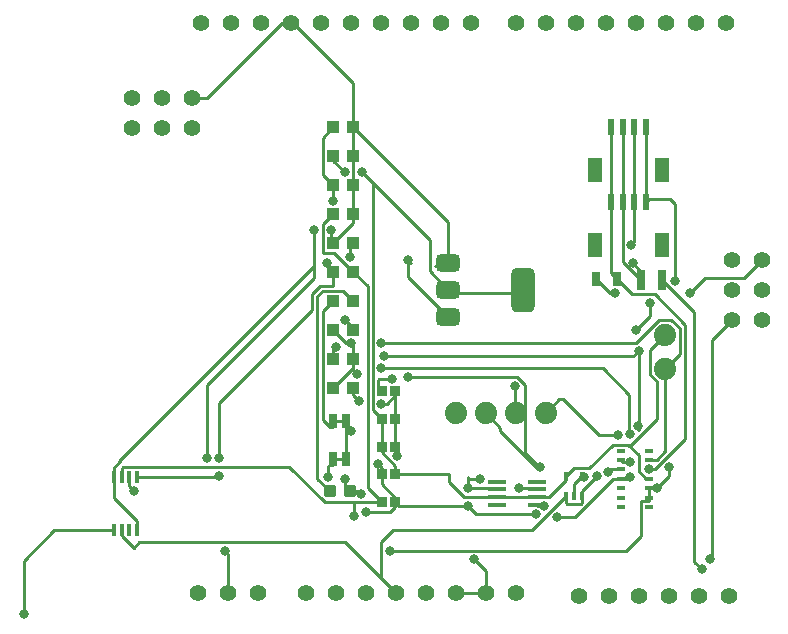
<source format=gbr>
%TF.GenerationSoftware,KiCad,Pcbnew,8.0.5*%
%TF.CreationDate,2024-12-11T22:42:57-06:00*%
%TF.ProjectId,4011MS2,34303131-4d53-4322-9e6b-696361645f70,1.0*%
%TF.SameCoordinates,Original*%
%TF.FileFunction,Copper,L1,Top*%
%TF.FilePolarity,Positive*%
%FSLAX46Y46*%
G04 Gerber Fmt 4.6, Leading zero omitted, Abs format (unit mm)*
G04 Created by KiCad (PCBNEW 8.0.5) date 2024-12-11 22:42:57*
%MOMM*%
%LPD*%
G01*
G04 APERTURE LIST*
G04 Aperture macros list*
%AMRoundRect*
0 Rectangle with rounded corners*
0 $1 Rounding radius*
0 $2 $3 $4 $5 $6 $7 $8 $9 X,Y pos of 4 corners*
0 Add a 4 corners polygon primitive as box body*
4,1,4,$2,$3,$4,$5,$6,$7,$8,$9,$2,$3,0*
0 Add four circle primitives for the rounded corners*
1,1,$1+$1,$2,$3*
1,1,$1+$1,$4,$5*
1,1,$1+$1,$6,$7*
1,1,$1+$1,$8,$9*
0 Add four rect primitives between the rounded corners*
20,1,$1+$1,$2,$3,$4,$5,0*
20,1,$1+$1,$4,$5,$6,$7,0*
20,1,$1+$1,$6,$7,$8,$9,0*
20,1,$1+$1,$8,$9,$2,$3,0*%
G04 Aperture macros list end*
%TA.AperFunction,EtchedComponent*%
%ADD10C,0.000000*%
%TD*%
%TA.AperFunction,SMDPad,CuDef*%
%ADD11R,0.850000X0.900000*%
%TD*%
%TA.AperFunction,SMDPad,CuDef*%
%ADD12R,1.100000X1.000000*%
%TD*%
%TA.AperFunction,SMDPad,CuDef*%
%ADD13R,1.600000X0.300000*%
%TD*%
%TA.AperFunction,SMDPad,CuDef*%
%ADD14R,0.600000X1.350000*%
%TD*%
%TA.AperFunction,SMDPad,CuDef*%
%ADD15R,1.200000X2.000000*%
%TD*%
%TA.AperFunction,ComponentPad*%
%ADD16C,1.422000*%
%TD*%
%TA.AperFunction,SMDPad,CuDef*%
%ADD17R,0.400000X1.100000*%
%TD*%
%TA.AperFunction,SMDPad,CuDef*%
%ADD18R,0.800000X1.800000*%
%TD*%
%TA.AperFunction,ComponentPad*%
%ADD19C,1.879600*%
%TD*%
%TA.AperFunction,SMDPad,CuDef*%
%ADD20R,0.660400X1.270000*%
%TD*%
%TA.AperFunction,SMDPad,CuDef*%
%ADD21RoundRect,0.150000X-0.350000X0.350000X-0.350000X-0.350000X0.350000X-0.350000X0.350000X0.350000X0*%
%TD*%
%TA.AperFunction,SMDPad,CuDef*%
%ADD22R,0.400000X0.750000*%
%TD*%
%TA.AperFunction,SMDPad,CuDef*%
%ADD23R,0.750000X0.350000*%
%TD*%
%TA.AperFunction,SMDPad,CuDef*%
%ADD24R,0.800000X1.200000*%
%TD*%
%TA.AperFunction,SMDPad,CuDef*%
%ADD25RoundRect,0.375000X-0.625000X-0.375000X0.625000X-0.375000X0.625000X0.375000X-0.625000X0.375000X0*%
%TD*%
%TA.AperFunction,SMDPad,CuDef*%
%ADD26RoundRect,0.500000X-0.500000X-1.400000X0.500000X-1.400000X0.500000X1.400000X-0.500000X1.400000X0*%
%TD*%
%TA.AperFunction,ViaPad*%
%ADD27C,0.800000*%
%TD*%
%TA.AperFunction,Conductor*%
%ADD28C,0.250000*%
%TD*%
G04 APERTURE END LIST*
D10*
%TA.AperFunction,EtchedComponent*%
%TO.C,JP2*%
G36*
X137686300Y-105647150D02*
G01*
X136790950Y-105647150D01*
X136790950Y-105380450D01*
X137686300Y-105380450D01*
X137686300Y-105647150D01*
G37*
%TD.AperFunction*%
%TA.AperFunction,EtchedComponent*%
%TO.C,JP1*%
G36*
X137686300Y-102411950D02*
G01*
X136790950Y-102411950D01*
X136790950Y-102145250D01*
X137686300Y-102145250D01*
X137686300Y-102411950D01*
G37*
%TD.AperFunction*%
%TD*%
D11*
%TO.P,C9,1*%
%TO.N,GND*%
X141070400Y-106788800D03*
%TO.P,C9,2*%
%TO.N,1.8V*%
X142230400Y-106788800D03*
%TD*%
D12*
%TO.P,C8,1,1*%
%TO.N,5V*%
X136950400Y-84738800D03*
%TO.P,C8,2,2*%
%TO.N,GND*%
X138650400Y-84738800D03*
%TD*%
D13*
%TO.P,U11,1,B2*%
%TO.N,LV_INT*%
X150800000Y-107396000D03*
%TO.P,U11,2,GND*%
%TO.N,GND*%
X150800000Y-108046000D03*
%TO.P,U11,3,VCCA*%
%TO.N,1.8V*%
X150800000Y-108696000D03*
%TO.P,U11,4,A2*%
%TO.N,LV_INT*%
X150800000Y-109346000D03*
%TO.P,U11,5,A1*%
X154200000Y-109346000D03*
%TO.P,U11,6,OE*%
%TO.N,1.8V*%
X154200000Y-108696000D03*
%TO.P,U11,7,VCCB*%
%TO.N,5V*%
X154200000Y-108046000D03*
%TO.P,U11,8,B1*%
%TO.N,MC_SDA*%
X154200000Y-107396000D03*
%TD*%
D11*
%TO.P,C2,1,1*%
%TO.N,3.3V*%
X141070400Y-99736400D03*
%TO.P,C2,2,2*%
%TO.N,GND*%
X142230400Y-99736400D03*
%TD*%
D14*
%TO.P,J6,1,1*%
%TO.N,GND*%
X160465000Y-77336000D03*
%TO.P,J6,2,2*%
%TO.N,3.3V*%
X161465000Y-77336000D03*
%TO.P,J6,3,3*%
%TO.N,/SDA*%
X162465000Y-77336000D03*
%TO.P,J6,4,4*%
%TO.N,MC_SCL*%
X163465000Y-77336000D03*
D15*
%TO.P,J6,NC1*%
%TO.N,N/C*%
X164765000Y-81011000D03*
%TO.P,J6,NC2*%
X159165000Y-81011000D03*
%TD*%
D16*
%TO.P,J10,1,BOOT*%
%TO.N,unconnected-(U2-BOOT-Pad1)*%
X134620000Y-116840000D03*
%TO.P,J10,2,IOREF*%
%TO.N,unconnected-(U2-IOREF-Pad2)*%
X137160000Y-116840000D03*
%TO.P,J10,3,Reset*%
%TO.N,unconnected-(U2-Reset-Pad3)*%
X139700000Y-116840000D03*
%TO.P,J10,4,+3V3*%
%TO.N,3.3V*%
X142240000Y-116840000D03*
%TO.P,J10,5,+5V*%
%TO.N,unconnected-(U2-+5V-Pad5)*%
X144780000Y-116840000D03*
%TO.P,J10,6,GND*%
%TO.N,GND*%
X147320000Y-116840000D03*
%TO.P,J10,7,GND*%
X149860000Y-116840000D03*
%TO.P,J10,8,VIN*%
%TO.N,unconnected-(U2-VIN-Pad8)*%
X152400000Y-116840000D03*
%TD*%
D12*
%TO.P,R3,1,1*%
%TO.N,Net-(JP1-Pad1)*%
X136950400Y-92091200D03*
%TO.P,R3,2,2*%
%TO.N,Net-(D1-PadA)*%
X138650400Y-92091200D03*
%TD*%
D17*
%TO.P,U2,1,LX*%
%TO.N,Net-(U9-LX)*%
X118405000Y-111506000D03*
%TO.P,U2,2,EN*%
%TO.N,3.3V*%
X119055000Y-111506000D03*
%TO.P,U2,3,VIN*%
X119705000Y-111506000D03*
%TO.P,U2,4,AGND*%
%TO.N,GND*%
X120355000Y-111506000D03*
%TO.P,U2,5,FB*%
%TO.N,Net-(U9-FB)*%
X120355000Y-107006000D03*
%TO.P,U2,6,RSET*%
%TO.N,Net-(U7-RESET)*%
X119705000Y-107006000D03*
%TO.P,U2,7,OUT*%
%TO.N,5V*%
X119055000Y-107006000D03*
%TO.P,U2,8,PGND*%
%TO.N,GND*%
X118405000Y-107006000D03*
%TD*%
D12*
%TO.P,C4,1,1*%
%TO.N,1.8V*%
X136950400Y-79837200D03*
%TO.P,C4,2,2*%
%TO.N,GND*%
X138650400Y-79837200D03*
%TD*%
D16*
%TO.P,J14,1*%
%TO.N,N/C*%
X152400000Y-68580000D03*
%TO.P,J14,2*%
X154940000Y-68580000D03*
%TO.P,J14,3*%
X157480000Y-68580000D03*
%TO.P,J14,4*%
X160020000Y-68580000D03*
%TO.P,J14,5*%
X162560000Y-68580000D03*
%TO.P,J14,6*%
X165100000Y-68580000D03*
%TO.P,J14,7*%
X167640000Y-68580000D03*
%TO.P,J14,8*%
X170180000Y-68580000D03*
%TD*%
D12*
%TO.P,C1,1,1*%
%TO.N,3.3V*%
X136950400Y-77386400D03*
%TO.P,C1,2,2*%
%TO.N,GND*%
X138650400Y-77386400D03*
%TD*%
%TO.P,R6,1*%
%TO.N,LV_INT*%
X136950400Y-99443600D03*
%TO.P,R6,2*%
%TO.N,GND*%
X138650400Y-99443600D03*
%TD*%
D16*
%TO.P,J9,1,OFF*%
%TO.N,unconnected-(U1-OFF-Pad1)*%
X125476000Y-116840000D03*
%TO.P,J9,2,GND*%
%TO.N,GND*%
X128016000Y-116840000D03*
%TO.P,J9,3,VRTC*%
%TO.N,unconnected-(U1-VRTC-Pad3)*%
X130556000Y-116840000D03*
%TD*%
D18*
%TO.P,L1,1,1*%
%TO.N,3.3V*%
X163015000Y-90311000D03*
%TO.P,L1,2,2*%
%TO.N,Net-(U9-LX)*%
X164815000Y-90311000D03*
%TD*%
D16*
%TO.P,J11,1*%
%TO.N,N/C*%
X157734000Y-117094000D03*
%TO.P,J11,2*%
X160274000Y-117094000D03*
%TO.P,J11,3*%
X162814000Y-117094000D03*
%TO.P,J11,4*%
X165354000Y-117094000D03*
%TO.P,J11,5*%
X167894000Y-117094000D03*
%TO.P,J11,6*%
X170434000Y-117094000D03*
%TD*%
D19*
%TO.P,J2,1,1*%
%TO.N,LV_INT*%
X165064800Y-97830400D03*
%TD*%
D20*
%TO.P,JP2,1,1*%
%TO.N,Net-(JP2-Pad1)*%
X136975100Y-105513800D03*
%TO.P,JP2,2,2*%
%TO.N,3.3V*%
X138016500Y-105513800D03*
%TD*%
D11*
%TO.P,C3,1,1*%
%TO.N,1.8V*%
X141070400Y-102087200D03*
%TO.P,C3,2,2*%
%TO.N,GND*%
X142230400Y-102087200D03*
%TD*%
D21*
%TO.P,D1,A,A*%
%TO.N,Net-(D1-PadA)*%
X136675000Y-108208850D03*
%TO.P,D1,C,C*%
%TO.N,GND*%
X138429000Y-108208850D03*
%TD*%
D22*
%TO.P,U8,1,IN*%
%TO.N,3.3V*%
X156688500Y-108606000D03*
%TO.P,U8,2,GND*%
%TO.N,GND*%
X157338500Y-108606000D03*
%TO.P,U8,3,EN*%
%TO.N,3.3V*%
X157988500Y-108606000D03*
%TO.P,U8,4,BP*%
%TO.N,GND*%
X157988500Y-106956000D03*
%TO.P,U8,5,OUT*%
%TO.N,1.8V*%
X156688500Y-106956000D03*
%TD*%
D12*
%TO.P,R1,1,1*%
%TO.N,GND*%
X136950400Y-87189600D03*
%TO.P,R1,2,2*%
%TO.N,Net-(U9-FB)*%
X138650400Y-87189600D03*
%TD*%
D11*
%TO.P,C7,1,1*%
%TO.N,1.8V*%
X141070400Y-104438000D03*
%TO.P,C7,2,2*%
%TO.N,GND*%
X142230400Y-104438000D03*
%TD*%
D19*
%TO.P,J17,1,1*%
%TO.N,GND*%
X147320000Y-101600000D03*
%TO.P,J17,2,2*%
%TO.N,3.3V*%
X149860000Y-101600000D03*
%TO.P,J17,3,3*%
%TO.N,/SDA*%
X152400000Y-101600000D03*
%TO.P,J17,4,4*%
%TO.N,MC_SCL*%
X154940000Y-101600000D03*
%TD*%
D20*
%TO.P,JP1,1,1*%
%TO.N,Net-(JP1-Pad1)*%
X136975100Y-102278600D03*
%TO.P,JP1,2,2*%
%TO.N,3.3V*%
X138016500Y-102278600D03*
%TD*%
D23*
%TO.P,U10,P1,NC*%
%TO.N,unconnected-(U10-NC-PadP1)*%
X161317000Y-104764000D03*
%TO.P,U10,P2,SCL*%
%TO.N,LV_INT*%
X161317000Y-105564000D03*
%TO.P,U10,P3,SDA*%
X161317000Y-106364000D03*
%TO.P,U10,P4,GND*%
%TO.N,GND*%
X161317000Y-107164000D03*
%TO.P,U10,P5,NC*%
%TO.N,unconnected-(U10-NC-PadP5)*%
X161317000Y-107963999D03*
%TO.P,U10,P6,NC*%
%TO.N,unconnected-(U10-NC-PadP6)*%
X161317000Y-108763999D03*
%TO.P,U10,P7,NC*%
%TO.N,unconnected-(U10-NC-PadP7)*%
X161317000Y-109563999D03*
%TO.P,U10,P8,NC*%
%TO.N,unconnected-(U10-NC-PadP8)*%
X163716999Y-109563999D03*
%TO.P,U10,P9,VDD_LED*%
%TO.N,5V*%
X163716999Y-108763999D03*
%TO.P,U10,P10,VDD_LED*%
X163716999Y-107963999D03*
%TO.P,U10,P11,VDD*%
%TO.N,1.8V*%
X163716999Y-107164000D03*
%TO.P,U10,P12,GND*%
%TO.N,GND*%
X163716999Y-106364000D03*
%TO.P,U10,P13,~{INT}*%
%TO.N,LV_INT*%
X163716999Y-105564000D03*
%TO.P,U10,P14,NC*%
%TO.N,unconnected-(U10-NC-PadP14)*%
X163716999Y-104764000D03*
%TD*%
D12*
%TO.P,C5,1,1*%
%TO.N,3.3V*%
X136950400Y-82288000D03*
%TO.P,C5,2,2*%
%TO.N,GND*%
X138650400Y-82288000D03*
%TD*%
D14*
%TO.P,J16,1,1*%
%TO.N,GND*%
X160465000Y-83712600D03*
%TO.P,J16,2,2*%
%TO.N,3.3V*%
X161465000Y-83712600D03*
%TO.P,J16,3,3*%
%TO.N,/SDA*%
X162465000Y-83712600D03*
%TO.P,J16,4,4*%
%TO.N,MC_SCL*%
X163465000Y-83712600D03*
D15*
%TO.P,J16,NC1*%
%TO.N,N/C*%
X164765000Y-87387600D03*
%TO.P,J16,NC2*%
X159165000Y-87387600D03*
%TD*%
D16*
%TO.P,J12,1,GPIO42*%
%TO.N,unconnected-(U4-GPIO42-Pad1)*%
X119888000Y-77470000D03*
%TO.P,J12,2,GPIO41*%
%TO.N,unconnected-(U4-GPIO41-Pad2)*%
X119888000Y-74930000D03*
%TO.P,J12,3,GPIO43/TXD0*%
%TO.N,unconnected-(U4-GPIO43{slash}TXD0-Pad3)*%
X122428000Y-77470000D03*
%TO.P,J12,4,GPIO0/DOWNLOAD*%
%TO.N,unconnected-(U4-GPIO0{slash}DOWNLOAD-Pad4)*%
X122428000Y-74930000D03*
%TO.P,J12,5,GPIO44/RXD0*%
%TO.N,unconnected-(U4-GPIO44{slash}RXD0-Pad5)*%
X124968000Y-77470000D03*
%TO.P,J12,6,GND*%
%TO.N,GND*%
X124968000Y-74930000D03*
%TD*%
D12*
%TO.P,R5,1*%
%TO.N,MC_SCL*%
X136950400Y-96992800D03*
%TO.P,R5,2*%
%TO.N,LV_INT*%
X138650400Y-96992800D03*
%TD*%
D24*
%TO.P,C6,1,1*%
%TO.N,5V*%
X159190400Y-90236400D03*
%TO.P,C6,2,2*%
%TO.N,GND*%
X160990400Y-90236400D03*
%TD*%
D12*
%TO.P,R4,1,1*%
%TO.N,LV_INT*%
X136950400Y-94542000D03*
%TO.P,R4,2,2*%
%TO.N,Net-(JP2-Pad1)*%
X138650400Y-94542000D03*
%TD*%
D25*
%TO.P,U12,1,GND*%
%TO.N,GND*%
X146710000Y-88886000D03*
%TO.P,U12,2,VO*%
%TO.N,1.8V*%
X146710000Y-91186000D03*
D26*
X153010000Y-91186000D03*
D25*
%TO.P,U12,3,VI*%
%TO.N,3.3V*%
X146710000Y-93486000D03*
%TD*%
D19*
%TO.P,J1,1,1*%
%TO.N,1.8V*%
X165064800Y-94950800D03*
%TD*%
D16*
%TO.P,J15,1,CIPO*%
%TO.N,unconnected-(U7-CIPO-Pad1)*%
X170688000Y-88646000D03*
%TO.P,J15,2,+5V*%
%TO.N,5V*%
X173228000Y-88646000D03*
%TO.P,J15,3,SCK*%
%TO.N,unconnected-(U7-SCK-Pad3)*%
X170688000Y-91186000D03*
%TO.P,J15,4,COPI*%
%TO.N,unconnected-(U7-COPI-Pad4)*%
X173228000Y-91186000D03*
%TO.P,J15,5,RESET*%
%TO.N,Net-(U7-RESET)*%
X170688000Y-93726000D03*
%TO.P,J15,6,GND*%
%TO.N,unconnected-(U7-GND-Pad6)*%
X173228000Y-93726000D03*
%TD*%
D11*
%TO.P,C10,1*%
%TO.N,5V*%
X141070400Y-109139600D03*
%TO.P,C10,2*%
%TO.N,GND*%
X142230400Y-109139600D03*
%TD*%
D12*
%TO.P,R2,1,1*%
%TO.N,Net-(U9-FB)*%
X136950400Y-89640400D03*
%TO.P,R2,2,2*%
%TO.N,5V*%
X138650400Y-89640400D03*
%TD*%
D16*
%TO.P,J13,1,SCL*%
%TO.N,unconnected-(U5-SCL-Pad1)*%
X125730000Y-68580000D03*
%TO.P,J13,2,SDA*%
%TO.N,unconnected-(U5-SDA-Pad2)*%
X128270000Y-68580000D03*
%TO.P,J13,3,AREF*%
%TO.N,unconnected-(U5-AREF-Pad3)*%
X130810000Y-68580000D03*
%TO.P,J13,4,GND*%
%TO.N,GND*%
X133350000Y-68580000D03*
%TO.P,J13,5,D13/SCK/CANRX0*%
%TO.N,unconnected-(U5-D13{slash}SCK{slash}CANRX0-Pad5)*%
X135890000Y-68580000D03*
%TO.P,J13,6,D12/CIPO*%
%TO.N,unconnected-(U5-D12{slash}CIPO-Pad6)*%
X138430000Y-68580000D03*
%TO.P,J13,7,~D11/COPI*%
%TO.N,unconnected-(U5-~D11{slash}COPI-Pad7)*%
X140970000Y-68580000D03*
%TO.P,J13,8,~D10/CS/CANTX0*%
%TO.N,unconnected-(U5-~D10{slash}CS{slash}CANTX0-Pad8)*%
X143510000Y-68580000D03*
%TO.P,J13,9,~D9*%
%TO.N,unconnected-(U5-~D9-Pad9)*%
X146050000Y-68580000D03*
%TO.P,J13,10,D8*%
%TO.N,unconnected-(U5-D8-Pad10)*%
X148590000Y-68580000D03*
%TD*%
D27*
%TO.N,3.3V*%
X136906000Y-83638798D03*
X143256000Y-98552000D03*
X162306000Y-88900000D03*
X159258000Y-106934000D03*
X141984029Y-98686398D03*
X154432000Y-106172000D03*
X138430000Y-103124000D03*
X143256000Y-88646000D03*
%TO.N,GND*%
X127762000Y-113247000D03*
X126253997Y-105406000D03*
X158185696Y-106980999D03*
X140716000Y-105918000D03*
X154105597Y-110163597D03*
X148844000Y-113972000D03*
X139322678Y-108414601D03*
X136800400Y-86106000D03*
X141045400Y-100838000D03*
X139700000Y-109982000D03*
X135350400Y-86106000D03*
X148336000Y-109421000D03*
X142385715Y-105218809D03*
X163691999Y-106364000D03*
X162095523Y-106983038D03*
X155892903Y-110426903D03*
X139145400Y-100584000D03*
X149352000Y-107188000D03*
X137922000Y-107188000D03*
X148336000Y-107971000D03*
%TO.N,1.8V*%
X139375400Y-81187998D03*
X137925400Y-81187998D03*
%TO.N,5V*%
X167132000Y-91440000D03*
X138751314Y-110298228D03*
X165374850Y-106192851D03*
X160782000Y-91436402D03*
X152654000Y-107971000D03*
X164338000Y-107950000D03*
X141732000Y-113247000D03*
%TO.N,Net-(JP2-Pad1)*%
X137980510Y-93682145D03*
X136486669Y-106995214D03*
%TO.N,Net-(U9-LX)*%
X168148000Y-114808000D03*
X110744000Y-118618000D03*
%TO.N,Net-(U9-FB)*%
X138428653Y-88393347D03*
X136398000Y-88900000D03*
X127254000Y-105406000D03*
X127254000Y-106934000D03*
%TO.N,LV_INT*%
X160206686Y-106617772D03*
X141045400Y-95642002D03*
X141045400Y-97790000D03*
X162089000Y-105739121D03*
X138430000Y-95642002D03*
X138938000Y-98298000D03*
X154823195Y-109445999D03*
X162052000Y-103378000D03*
%TO.N,Net-(U7-RESET)*%
X120101000Y-108204000D03*
X168873000Y-113975948D03*
%TO.N,/SDA*%
X152357200Y-99311200D03*
X162190000Y-87376000D03*
%TO.N,MC_SCL*%
X162639310Y-94562286D03*
X163825347Y-92261000D03*
X161056338Y-103471073D03*
X141224000Y-96774000D03*
X137160000Y-96012000D03*
X162759108Y-102670891D03*
X162834774Y-96322582D03*
X165907653Y-90378347D03*
%TD*%
D28*
%TO.N,3.3V*%
X140970000Y-112522000D02*
X141992000Y-111500000D01*
X120071000Y-113000000D02*
X120549000Y-112522000D01*
X141984029Y-98686398D02*
X140835602Y-98686398D01*
X153204800Y-99204800D02*
X153204800Y-104944800D01*
X136075400Y-78261400D02*
X136075400Y-81413000D01*
X157913500Y-109306000D02*
X157988500Y-109231000D01*
X138016500Y-102710500D02*
X138430000Y-103124000D01*
X138016500Y-102278600D02*
X138016500Y-102710500D01*
X154138000Y-106172000D02*
X154432000Y-106172000D01*
X163015000Y-90311000D02*
X163015000Y-89609000D01*
X153204800Y-104944800D02*
X154432000Y-106172000D01*
X140770400Y-98751600D02*
X140770400Y-99436400D01*
X156763500Y-109306000D02*
X157913500Y-109306000D01*
X161465000Y-88761000D02*
X161465000Y-83712600D01*
X140835602Y-98686398D02*
X140770400Y-98751600D01*
X140970000Y-115570000D02*
X140970000Y-112522000D01*
X151087200Y-103121200D02*
X154138000Y-106172000D01*
X140770400Y-99436400D02*
X141070400Y-99736400D01*
X156688500Y-108606000D02*
X156688500Y-109231000D01*
X157988500Y-108203500D02*
X159258000Y-106934000D01*
X143256000Y-98552000D02*
X152552000Y-98552000D01*
X120549000Y-112522000D02*
X137922000Y-112522000D01*
X157988500Y-108606000D02*
X157988500Y-108203500D01*
X153794500Y-111500000D02*
X156688500Y-108606000D01*
X151087200Y-102827200D02*
X149860000Y-101600000D01*
X136950400Y-77386400D02*
X136075400Y-78261400D01*
X161465000Y-83712600D02*
X161465000Y-77336000D01*
X163015000Y-89609000D02*
X162306000Y-88900000D01*
X143524000Y-88914000D02*
X143256000Y-88646000D01*
X163015000Y-90311000D02*
X161465000Y-88761000D01*
X136950400Y-83594398D02*
X136906000Y-83638798D01*
X146710000Y-93486000D02*
X143256000Y-90032000D01*
X151087200Y-103121200D02*
X151087200Y-102827200D01*
X137922000Y-112522000D02*
X142240000Y-116840000D01*
X136950400Y-82288000D02*
X136950400Y-83594398D01*
X142240000Y-116840000D02*
X140970000Y-115570000D01*
X156688500Y-109231000D02*
X156763500Y-109306000D01*
X143256000Y-90032000D02*
X143256000Y-88646000D01*
X157988500Y-109231000D02*
X157988500Y-108606000D01*
X152552000Y-98552000D02*
X153204800Y-99204800D01*
X138016500Y-102278600D02*
X138016500Y-105513800D01*
X141992000Y-111500000D02*
X153794500Y-111500000D01*
X136075400Y-81413000D02*
X136950400Y-82288000D01*
X119055000Y-111984000D02*
X120071000Y-113000000D01*
%TO.N,GND*%
X146608000Y-89140000D02*
X145578000Y-89140000D01*
X146710000Y-88886000D02*
X146710000Y-85446000D01*
X157429097Y-110426903D02*
X155892903Y-110426903D01*
X118405000Y-107006000D02*
X118405000Y-106219604D01*
X160465000Y-89711000D02*
X160465000Y-83712600D01*
X154105597Y-110163597D02*
X149078597Y-110163597D01*
X150725000Y-107971000D02*
X150800000Y-108046000D01*
X142230400Y-109504600D02*
X142230400Y-109139600D01*
X138650400Y-73650400D02*
X138650400Y-77386400D01*
X138650400Y-77386400D02*
X138650400Y-79837200D01*
X160692000Y-107164000D02*
X157429097Y-110426903D01*
X141070400Y-106788800D02*
X141070400Y-107614600D01*
X141045400Y-100838000D02*
X141493800Y-100838000D01*
X118405000Y-106219604D02*
X118943604Y-105681000D01*
X161914561Y-107164000D02*
X162095523Y-106983038D01*
X118405000Y-108806000D02*
X120355000Y-110756000D01*
X149860000Y-116840000D02*
X147320000Y-116840000D01*
X149078597Y-110163597D02*
X148336000Y-109421000D01*
X141070400Y-107614600D02*
X142230400Y-108774600D01*
X137922000Y-107701850D02*
X138429000Y-108208850D01*
X161317000Y-107164000D02*
X160692000Y-107164000D01*
X166779600Y-94135600D02*
X164180000Y-91536000D01*
X142230400Y-102087200D02*
X142230400Y-104438000D01*
X138650400Y-85489600D02*
X136950400Y-87189600D01*
X138650400Y-100089000D02*
X139145400Y-100584000D01*
X135350400Y-86106000D02*
X135350400Y-90149600D01*
X124968000Y-74930000D02*
X126285000Y-74930000D01*
X135350400Y-90149600D02*
X126253997Y-99246003D01*
X166779600Y-103762795D02*
X166779600Y-94135600D01*
X148336000Y-107971000D02*
X148336000Y-107188000D01*
X142230400Y-108774600D02*
X142230400Y-109139600D01*
X157988500Y-106956000D02*
X157338500Y-107606000D01*
X136800400Y-87039600D02*
X136950400Y-87189600D01*
X136800400Y-86106000D02*
X136800400Y-87039600D01*
X139700000Y-109982000D02*
X141753000Y-109982000D01*
X128016000Y-113501000D02*
X127762000Y-113247000D01*
X161317000Y-107164000D02*
X161914561Y-107164000D01*
X162290000Y-91536000D02*
X160990400Y-90236400D01*
X138429000Y-108208850D02*
X139116927Y-108208850D01*
X142230400Y-109139600D02*
X142511800Y-109421000D01*
X163691999Y-106364000D02*
X164178395Y-106364000D01*
X137922000Y-107188000D02*
X137922000Y-107701850D01*
X128016000Y-116840000D02*
X128016000Y-113501000D01*
X118405000Y-107006000D02*
X118405000Y-108806000D01*
X142230400Y-105063494D02*
X142385715Y-105218809D01*
X138650400Y-79837200D02*
X138650400Y-82288000D01*
X142230400Y-100101400D02*
X142230400Y-99736400D01*
X164178395Y-106364000D02*
X166779600Y-103762795D01*
X148336000Y-107188000D02*
X148336000Y-106979600D01*
X142230400Y-102087200D02*
X142230400Y-99736400D01*
X133580000Y-68580000D02*
X138650400Y-73650400D01*
X139116927Y-108208850D02*
X139322678Y-108414601D01*
X142511800Y-109421000D02*
X148336000Y-109421000D01*
X138650400Y-99443600D02*
X138650400Y-100089000D01*
X126285000Y-74930000D02*
X132635000Y-68580000D01*
X132635000Y-68580000D02*
X133350000Y-68580000D01*
X133350000Y-68580000D02*
X133580000Y-68580000D01*
X164180000Y-91536000D02*
X162290000Y-91536000D01*
X149352000Y-107188000D02*
X148336000Y-107188000D01*
X138650400Y-82288000D02*
X138650400Y-84738800D01*
X141493800Y-100838000D02*
X142230400Y-100101400D01*
X157988500Y-106956000D02*
X158160697Y-106956000D01*
X135350400Y-89149600D02*
X135350400Y-86106000D01*
X148336000Y-107971000D02*
X150725000Y-107971000D01*
X158160697Y-106956000D02*
X158185696Y-106980999D01*
X120355000Y-110756000D02*
X120355000Y-111506000D01*
X141753000Y-109982000D02*
X142230400Y-109504600D01*
X138650400Y-84738800D02*
X138650400Y-85489600D01*
X163691999Y-106364000D02*
X163716999Y-106364000D01*
X141070400Y-106788800D02*
X141070400Y-106272400D01*
X126253997Y-99246003D02*
X126253997Y-105406000D01*
X157338500Y-107606000D02*
X157338500Y-108606000D01*
X160465000Y-83712600D02*
X160465000Y-77336000D01*
X118819000Y-105681000D02*
X135350400Y-89149600D01*
X149860000Y-116840000D02*
X149860000Y-114988000D01*
X146710000Y-85446000D02*
X138650400Y-77386400D01*
X149860000Y-114988000D02*
X148844000Y-113972000D01*
X141070400Y-106272400D02*
X140716000Y-105918000D01*
X142230400Y-104438000D02*
X142230400Y-105063494D01*
X160990400Y-90236400D02*
X160465000Y-89711000D01*
%TO.N,1.8V*%
X146788800Y-107449105D02*
X148035695Y-108696000D01*
X164338000Y-102117305D02*
X164338000Y-98892298D01*
X164338000Y-98892298D02*
X163800000Y-98354298D01*
X163800000Y-96215600D02*
X165064800Y-94950800D01*
X162191305Y-104264000D02*
X164338000Y-102117305D01*
X154200000Y-108696000D02*
X155250000Y-108696000D01*
X160617000Y-104264000D02*
X161922000Y-104264000D01*
X141070400Y-104928800D02*
X142230400Y-106088800D01*
X136950400Y-79837200D02*
X136950400Y-80212998D01*
X156688500Y-106956000D02*
X157388500Y-106256000D01*
X141070400Y-102087200D02*
X141070400Y-104438000D01*
X145128000Y-89604000D02*
X146710000Y-91186000D01*
X148035695Y-108696000D02*
X150800000Y-108696000D01*
X162814000Y-106511306D02*
X162814000Y-105156000D01*
X145128000Y-86940598D02*
X139375400Y-81187998D01*
X163716999Y-107164000D02*
X163466694Y-107164000D01*
X136950400Y-80212998D02*
X137925400Y-81187998D01*
X161922000Y-104264000D02*
X162191305Y-104264000D01*
X156688500Y-107257500D02*
X156688500Y-106956000D01*
X140320400Y-82132998D02*
X140320400Y-86614000D01*
X163800000Y-98354298D02*
X163800000Y-96215600D01*
X141070400Y-104438000D02*
X141070400Y-104928800D01*
X162814000Y-105156000D02*
X161922000Y-104264000D01*
X158625000Y-106256000D02*
X160617000Y-104264000D01*
X140320400Y-101337200D02*
X141070400Y-102087200D01*
X158625000Y-106256000D02*
X157388500Y-106256000D01*
X150800000Y-108696000D02*
X154200000Y-108696000D01*
X140320400Y-86614000D02*
X140320400Y-101337200D01*
X146788800Y-106788800D02*
X146788800Y-107449105D01*
X142230400Y-106788800D02*
X146788800Y-106788800D01*
X139375400Y-81187998D02*
X140320400Y-82132998D01*
X155250000Y-108696000D02*
X156688500Y-107257500D01*
X142230400Y-106088800D02*
X142230400Y-106788800D01*
X146608000Y-91440000D02*
X152908000Y-91440000D01*
X145128000Y-89604000D02*
X145128000Y-86940598D01*
X163466694Y-107164000D02*
X162814000Y-106511306D01*
%TO.N,5V*%
X119130000Y-106131000D02*
X133221242Y-106131000D01*
X163716999Y-107963999D02*
X163716999Y-109063999D01*
X152654000Y-107971000D02*
X154125000Y-107971000D01*
X163016999Y-111983001D02*
X161753000Y-113247000D01*
X173228000Y-88646000D02*
X171724000Y-90150000D01*
X138684000Y-109139600D02*
X141070400Y-109139600D01*
X160782000Y-91436402D02*
X160390402Y-91436402D01*
X119055000Y-107006000D02*
X119055000Y-106206000D01*
X138650400Y-89640400D02*
X139870400Y-90860400D01*
X165374850Y-106931148D02*
X165374850Y-106192851D01*
X119055000Y-106206000D02*
X119130000Y-106131000D01*
X171724000Y-90150000D02*
X168422000Y-90150000D01*
X136075400Y-85613800D02*
X136075400Y-88014600D01*
X168422000Y-90150000D02*
X167132000Y-91440000D01*
X163716999Y-107963999D02*
X163716999Y-108763999D01*
X138751314Y-110298228D02*
X138751314Y-109206914D01*
X133221242Y-106131000D02*
X136229842Y-109139600D01*
X164324001Y-107963999D02*
X164338000Y-107950000D01*
X138751314Y-109206914D02*
X138684000Y-109139600D01*
X160390402Y-91436402D02*
X159190400Y-90236400D01*
X137024600Y-88014600D02*
X138650400Y-89640400D01*
X163716999Y-107963999D02*
X164341999Y-107963999D01*
X139870400Y-107939600D02*
X141070400Y-109139600D01*
X139870400Y-90860400D02*
X139870400Y-107939600D01*
X163716999Y-107963999D02*
X164324001Y-107963999D01*
X154125000Y-107971000D02*
X154200000Y-108046000D01*
X163716999Y-109063999D02*
X163016999Y-109063999D01*
X136950400Y-84738800D02*
X136075400Y-85613800D01*
X136229842Y-109139600D02*
X138684000Y-109139600D01*
X136075400Y-88014600D02*
X137024600Y-88014600D01*
X164341999Y-107963999D02*
X165374850Y-106931148D01*
X163016999Y-109063999D02*
X163016999Y-111983001D01*
X161753000Y-113247000D02*
X141732000Y-113247000D01*
%TO.N,Net-(D1-PadA)*%
X136075400Y-91266200D02*
X135625400Y-91716200D01*
X135625400Y-107159250D02*
X136675000Y-108208850D01*
X135625400Y-91716200D02*
X135625400Y-107159250D01*
X138650400Y-92091200D02*
X137825400Y-91266200D01*
X137825400Y-91266200D02*
X136075400Y-91266200D01*
%TO.N,Net-(JP1-Pad1)*%
X136075400Y-92966200D02*
X136075400Y-102156020D01*
X136075400Y-102156020D02*
X136656330Y-102736950D01*
X136656330Y-102736950D02*
X136975100Y-102736950D01*
X136950400Y-92091200D02*
X136075400Y-92966200D01*
%TO.N,Net-(JP2-Pad1)*%
X138650400Y-94542000D02*
X138650400Y-94352035D01*
X136656330Y-105972150D02*
X136975100Y-105972150D01*
X136547883Y-106080597D02*
X136656330Y-105972150D01*
X138650400Y-94352035D02*
X137980510Y-93682145D01*
X136486669Y-106995214D02*
X136547883Y-106934000D01*
X136547883Y-106934000D02*
X136547883Y-106080597D01*
%TO.N,Net-(U9-LX)*%
X113349604Y-111506000D02*
X118405000Y-111506000D01*
X110744000Y-118618000D02*
X110744000Y-114111604D01*
X167500000Y-92996000D02*
X164815000Y-90311000D01*
X110744000Y-114111604D02*
X113349604Y-111506000D01*
X110826000Y-118536000D02*
X110744000Y-118618000D01*
X168148000Y-114808000D02*
X167500000Y-114160000D01*
X167500000Y-114160000D02*
X167500000Y-92996000D01*
%TO.N,Net-(U9-FB)*%
X135889004Y-90816200D02*
X136950400Y-90816200D01*
X136950400Y-89640400D02*
X136950400Y-89452400D01*
X127254000Y-106934000D02*
X127182000Y-107006000D01*
X127254000Y-100746000D02*
X135175400Y-92824600D01*
X135175400Y-91529804D02*
X135889004Y-90816200D01*
X138428653Y-87411347D02*
X138650400Y-87189600D01*
X127182000Y-107006000D02*
X120355000Y-107006000D01*
X135175400Y-92824600D02*
X135175400Y-91529804D01*
X138428653Y-88393347D02*
X138428653Y-87411347D01*
X136950400Y-89452400D02*
X136398000Y-88900000D01*
X136950400Y-90816200D02*
X136950400Y-89640400D01*
X127254000Y-105406000D02*
X127254000Y-100746000D01*
%TO.N,LV_INT*%
X141045400Y-97790000D02*
X159790000Y-97790000D01*
X141045400Y-95642002D02*
X162584900Y-95642002D01*
X138050402Y-95642002D02*
X138430000Y-95642002D01*
X138650400Y-98010400D02*
X138938000Y-98298000D01*
X162089000Y-105739121D02*
X161492121Y-105739121D01*
X138650400Y-95862402D02*
X138430000Y-95642002D01*
X165064800Y-104841199D02*
X165064800Y-97830400D01*
X161317000Y-106364000D02*
X160460458Y-106364000D01*
X162034108Y-100034108D02*
X162034108Y-103360108D01*
X164540902Y-93686000D02*
X165588698Y-93686000D01*
X160460458Y-106364000D02*
X160206686Y-106617772D01*
X138650400Y-97743600D02*
X138650400Y-98010400D01*
X138650400Y-96992800D02*
X138650400Y-97743600D01*
X164341999Y-105564000D02*
X165064800Y-104841199D01*
X161492121Y-105739121D02*
X161317000Y-105564000D01*
X136950400Y-94542000D02*
X138050402Y-95642002D01*
X154823195Y-109445999D02*
X154299999Y-109445999D01*
X163716999Y-105564000D02*
X164341999Y-105564000D01*
X154299999Y-109445999D02*
X154200000Y-109346000D01*
X162584900Y-95642002D02*
X164540902Y-93686000D01*
X166329600Y-94426902D02*
X166329600Y-96565600D01*
X138650400Y-97743600D02*
X136950400Y-99443600D01*
X159790000Y-97790000D02*
X162034108Y-100034108D01*
X166329600Y-96565600D02*
X165064800Y-97830400D01*
X138650400Y-96992800D02*
X138650400Y-95862402D01*
X165588698Y-93686000D02*
X166329600Y-94426902D01*
X162034108Y-103360108D02*
X162052000Y-103378000D01*
%TO.N,Net-(U7-RESET)*%
X169000000Y-113848948D02*
X168873000Y-113975948D01*
X170688000Y-93726000D02*
X169000000Y-95414000D01*
X119705000Y-107006000D02*
X119705000Y-107808000D01*
X169000000Y-95414000D02*
X169000000Y-113848948D01*
X119705000Y-107808000D02*
X120101000Y-108204000D01*
%TO.N,/SDA*%
X152357200Y-101557200D02*
X152400000Y-101600000D01*
X162465000Y-83712600D02*
X162465000Y-87101000D01*
X152357200Y-99311200D02*
X152357200Y-101557200D01*
X162465000Y-87101000D02*
X162190000Y-87376000D01*
X162465000Y-83712600D02*
X162465000Y-77336000D01*
%TO.N,MC_SCL*%
X156119727Y-100420273D02*
X156413727Y-100420273D01*
X162834774Y-102984135D02*
X162754454Y-103064455D01*
X163465000Y-83712600D02*
X163677600Y-83500000D01*
X162754454Y-103064455D02*
X162759108Y-103059801D01*
X156119727Y-100420273D02*
X154940000Y-101600000D01*
X162834774Y-96322582D02*
X162834774Y-102984135D01*
X161056338Y-103471073D02*
X159464527Y-103471073D01*
X165907653Y-83907653D02*
X165907653Y-90378347D01*
X163677600Y-83500000D02*
X165500000Y-83500000D01*
X165500000Y-83500000D02*
X165907653Y-83907653D01*
X162759108Y-103059801D02*
X162759108Y-102670891D01*
X136950400Y-96221600D02*
X137160000Y-96012000D01*
X163825347Y-93376249D02*
X162639310Y-94562286D01*
X141224000Y-96774000D02*
X162383356Y-96774000D01*
X163465000Y-83712600D02*
X163465000Y-77336000D01*
X162383356Y-96774000D02*
X162834774Y-96322582D01*
X156413727Y-100420273D02*
X159464527Y-103471073D01*
X136950400Y-96992800D02*
X136950400Y-96221600D01*
X163825347Y-92261000D02*
X163825347Y-93376249D01*
%TD*%
M02*

</source>
